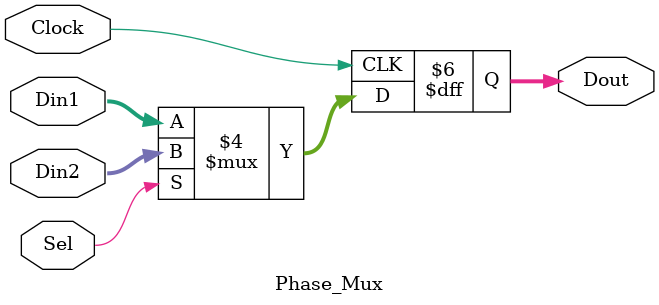
<source format=v>
`timescale	1ns/1ps

module	Phase_Mux(Dout, Din1, Din2, Sel, Clock)	;

output	[13:0]	Dout	;
reg	[13:0]	Dout	;

input	[13:0]	Din1, Din2	;
wire	[13:0]	Din1, Din2	;

input	Sel	;
wire	Sel	;

input	Clock	;
wire	Clock	;


always	@(posedge	Clock)
	begin
		if ( Sel == 1'b1 )
			begin
				Dout <= Din2	;
			end
		else
			begin
				Dout <= Din1	;
			end
	end

endmodule



</source>
